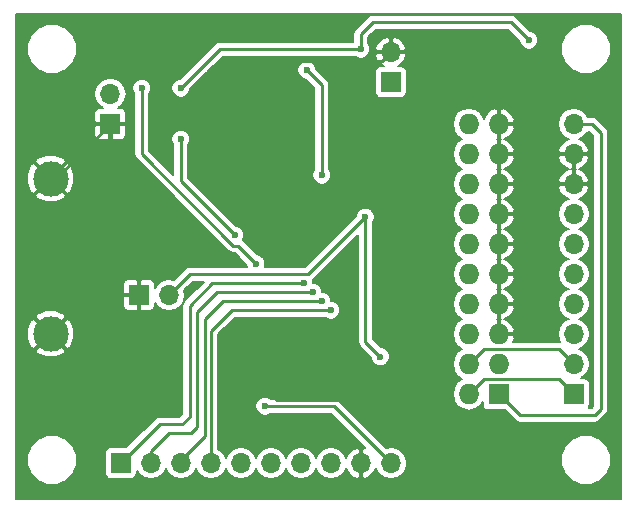
<source format=gbl>
G04 #@! TF.FileFunction,Copper,L2,Bot,Signal*
%FSLAX46Y46*%
G04 Gerber Fmt 4.6, Leading zero omitted, Abs format (unit mm)*
G04 Created by KiCad (PCBNEW 4.0.6) date 05/07/17 15:41:17*
%MOMM*%
%LPD*%
G01*
G04 APERTURE LIST*
%ADD10C,0.100000*%
%ADD11R,1.700000X1.700000*%
%ADD12O,1.700000X1.700000*%
%ADD13R,1.727200X1.727200*%
%ADD14O,1.727200X1.727200*%
%ADD15C,3.000000*%
%ADD16C,0.600000*%
%ADD17C,0.250000*%
%ADD18C,0.200000*%
G04 APERTURE END LIST*
D10*
D11*
X130302000Y-118872000D03*
D12*
X132842000Y-118872000D03*
X135382000Y-118872000D03*
X137922000Y-118872000D03*
X140462000Y-118872000D03*
X143002000Y-118872000D03*
X145542000Y-118872000D03*
X148082000Y-118872000D03*
X150622000Y-118872000D03*
X153162000Y-118872000D03*
D11*
X153162000Y-86614000D03*
D12*
X153162000Y-84074000D03*
D13*
X162306000Y-113030000D03*
D14*
X159766000Y-113030000D03*
X162306000Y-110490000D03*
X159766000Y-110490000D03*
X162306000Y-107950000D03*
X159766000Y-107950000D03*
X162306000Y-105410000D03*
X159766000Y-105410000D03*
X162306000Y-102870000D03*
X159766000Y-102870000D03*
X162306000Y-100330000D03*
X159766000Y-100330000D03*
X162306000Y-97790000D03*
X159766000Y-97790000D03*
X162306000Y-95250000D03*
X159766000Y-95250000D03*
X162306000Y-92710000D03*
X159766000Y-92710000D03*
X162306000Y-90170000D03*
X159766000Y-90170000D03*
D11*
X168656000Y-113030000D03*
D12*
X168656000Y-110490000D03*
X168656000Y-107950000D03*
X168656000Y-105410000D03*
X168656000Y-102870000D03*
X168656000Y-100330000D03*
X168656000Y-97790000D03*
X168656000Y-95250000D03*
X168656000Y-92710000D03*
X168656000Y-90170000D03*
D15*
X124352000Y-107916000D03*
X124352000Y-94776000D03*
D11*
X131826000Y-104648000D03*
D12*
X134366000Y-104648000D03*
D11*
X129413000Y-90170000D03*
D12*
X129413000Y-87630000D03*
D16*
X150622000Y-113538000D03*
X140208000Y-109474000D03*
X142494000Y-112522000D03*
X140208000Y-87630000D03*
X159766000Y-121158000D03*
X135382000Y-91440000D03*
X139954000Y-99568000D03*
X142494000Y-114046000D03*
X135382000Y-87122000D03*
X150622000Y-83820000D03*
X164846000Y-83058000D03*
X132080000Y-87122000D03*
X141732000Y-101981000D03*
X145796000Y-103632000D03*
X146558000Y-104394000D03*
X147320000Y-105156000D03*
X148082000Y-105918000D03*
X152273000Y-109855000D03*
X151003000Y-98044000D03*
X146050000Y-85598000D03*
X147320000Y-94488000D03*
D17*
X129413000Y-90170000D02*
X124807000Y-94776000D01*
X124807000Y-94776000D02*
X124352000Y-94776000D01*
X162306000Y-92710000D02*
X162306000Y-95250000D01*
X142494000Y-109982000D02*
X142494000Y-112522000D01*
X141986000Y-109474000D02*
X142494000Y-109982000D01*
X140208000Y-109474000D02*
X141986000Y-109474000D01*
X143510000Y-113538000D02*
X150622000Y-113538000D01*
X142494000Y-112522000D02*
X143510000Y-113538000D01*
X149606000Y-84836000D02*
X141478000Y-84836000D01*
X140208000Y-87630000D02*
X140208000Y-86360000D01*
X140208000Y-86360000D02*
X140208000Y-86106000D01*
X140208000Y-86106000D02*
X141478000Y-84836000D01*
X152400000Y-84836000D02*
X153162000Y-84074000D01*
X149606000Y-84836000D02*
X152400000Y-84836000D01*
X153162000Y-84074000D02*
X154432000Y-84074000D01*
X154432000Y-84074000D02*
X155194000Y-84836000D01*
X155194000Y-84836000D02*
X155194000Y-116586000D01*
X162306000Y-90170000D02*
X162306000Y-92710000D01*
X162306000Y-95250000D02*
X162306000Y-97790000D01*
X162306000Y-97790000D02*
X162306000Y-100330000D01*
X162306000Y-100330000D02*
X162306000Y-102870000D01*
X162306000Y-102870000D02*
X162306000Y-105410000D01*
X162306000Y-105410000D02*
X162306000Y-107950000D01*
X159766000Y-121158000D02*
X155194000Y-116586000D01*
X155194000Y-116586000D02*
X152146000Y-113538000D01*
X152146000Y-113538000D02*
X150622000Y-113538000D01*
X135382000Y-94996000D02*
X135382000Y-91440000D01*
X139954000Y-99568000D02*
X135382000Y-94996000D01*
X148336000Y-114046000D02*
X153162000Y-118872000D01*
X142494000Y-114046000D02*
X148336000Y-114046000D01*
X138684000Y-83820000D02*
X150622000Y-83820000D01*
X135382000Y-87122000D02*
X138684000Y-83820000D01*
X150622000Y-82550000D02*
X150622000Y-83820000D01*
X151638000Y-81534000D02*
X150622000Y-82550000D01*
X163322000Y-81534000D02*
X151638000Y-81534000D01*
X164846000Y-83058000D02*
X163322000Y-81534000D01*
X162306000Y-113030000D02*
X164084000Y-114808000D01*
X170180000Y-90170000D02*
X168656000Y-90170000D01*
X170942000Y-90932000D02*
X170180000Y-90170000D01*
X170942000Y-114300000D02*
X170942000Y-90932000D01*
X170434000Y-114808000D02*
X170942000Y-114300000D01*
X164084000Y-114808000D02*
X170434000Y-114808000D01*
X132080000Y-92710000D02*
X132080000Y-87122000D01*
X139827000Y-100457000D02*
X132080000Y-92710000D01*
X140208000Y-100457000D02*
X139827000Y-100457000D01*
X141732000Y-101981000D02*
X140208000Y-100457000D01*
X130302000Y-118872000D02*
X133604000Y-115570000D01*
X136144000Y-105537000D02*
X138049000Y-103632000D01*
X136144000Y-105918000D02*
X136144000Y-105537000D01*
X136144000Y-114935000D02*
X136144000Y-105918000D01*
X135509000Y-115570000D02*
X136144000Y-114935000D01*
X133604000Y-115570000D02*
X135509000Y-115570000D01*
X145796000Y-103632000D02*
X138049000Y-103632000D01*
X132842000Y-118872000D02*
X132842000Y-117856000D01*
X136779000Y-106045000D02*
X138430000Y-104394000D01*
X136779000Y-115824000D02*
X136779000Y-106045000D01*
X136271000Y-116332000D02*
X136779000Y-115824000D01*
X134366000Y-116332000D02*
X136271000Y-116332000D01*
X132842000Y-117856000D02*
X134366000Y-116332000D01*
X146558000Y-104394000D02*
X138430000Y-104394000D01*
X135382000Y-118872000D02*
X135382000Y-118618000D01*
X135382000Y-118618000D02*
X137414000Y-116586000D01*
X137414000Y-106680000D02*
X138938000Y-105156000D01*
X137414000Y-116586000D02*
X137414000Y-106680000D01*
X147320000Y-105156000D02*
X138938000Y-105156000D01*
X137922000Y-107696000D02*
X137922000Y-118872000D01*
X139700000Y-105918000D02*
X137922000Y-107696000D01*
X148082000Y-105918000D02*
X139700000Y-105918000D01*
X159766000Y-113030000D02*
X161036000Y-111760000D01*
X167386000Y-111760000D02*
X168656000Y-113030000D01*
X161036000Y-111760000D02*
X167386000Y-111760000D01*
X159766000Y-110490000D02*
X161036000Y-109220000D01*
X167386000Y-109220000D02*
X168656000Y-110490000D01*
X161036000Y-109220000D02*
X167386000Y-109220000D01*
X151003000Y-108585000D02*
X151003000Y-98044000D01*
X152273000Y-109855000D02*
X151003000Y-108585000D01*
X136144000Y-102870000D02*
X134366000Y-104648000D01*
X146177000Y-102870000D02*
X136144000Y-102870000D01*
X151003000Y-98044000D02*
X146177000Y-102870000D01*
X147320000Y-86868000D02*
X146050000Y-85598000D01*
X147320000Y-94488000D02*
X147320000Y-86868000D01*
D18*
G36*
X172678000Y-121878000D02*
X121454000Y-121878000D01*
X121454000Y-119033883D01*
X122359637Y-119033883D01*
X122678669Y-119806000D01*
X123268893Y-120397255D01*
X124040452Y-120717634D01*
X124875883Y-120718363D01*
X125648000Y-120399331D01*
X126239255Y-119809107D01*
X126559634Y-119037548D01*
X126560363Y-118202117D01*
X126485941Y-118022000D01*
X128942205Y-118022000D01*
X128942205Y-119722000D01*
X128977069Y-119907289D01*
X129086575Y-120077465D01*
X129253661Y-120191630D01*
X129452000Y-120231795D01*
X131152000Y-120231795D01*
X131337289Y-120196931D01*
X131507465Y-120087425D01*
X131621630Y-119920339D01*
X131661795Y-119722000D01*
X131661795Y-119515391D01*
X131887406Y-119853042D01*
X132325377Y-120145685D01*
X132842000Y-120248448D01*
X133358623Y-120145685D01*
X133796594Y-119853042D01*
X134089237Y-119415071D01*
X134112000Y-119300634D01*
X134134763Y-119415071D01*
X134427406Y-119853042D01*
X134865377Y-120145685D01*
X135382000Y-120248448D01*
X135898623Y-120145685D01*
X136336594Y-119853042D01*
X136629237Y-119415071D01*
X136652000Y-119300634D01*
X136674763Y-119415071D01*
X136967406Y-119853042D01*
X137405377Y-120145685D01*
X137922000Y-120248448D01*
X138438623Y-120145685D01*
X138876594Y-119853042D01*
X139169237Y-119415071D01*
X139192000Y-119300634D01*
X139214763Y-119415071D01*
X139507406Y-119853042D01*
X139945377Y-120145685D01*
X140462000Y-120248448D01*
X140978623Y-120145685D01*
X141416594Y-119853042D01*
X141709237Y-119415071D01*
X141732000Y-119300634D01*
X141754763Y-119415071D01*
X142047406Y-119853042D01*
X142485377Y-120145685D01*
X143002000Y-120248448D01*
X143518623Y-120145685D01*
X143956594Y-119853042D01*
X144249237Y-119415071D01*
X144272000Y-119300634D01*
X144294763Y-119415071D01*
X144587406Y-119853042D01*
X145025377Y-120145685D01*
X145542000Y-120248448D01*
X146058623Y-120145685D01*
X146496594Y-119853042D01*
X146789237Y-119415071D01*
X146812000Y-119300634D01*
X146834763Y-119415071D01*
X147127406Y-119853042D01*
X147565377Y-120145685D01*
X148082000Y-120248448D01*
X148598623Y-120145685D01*
X149036594Y-119853042D01*
X149329237Y-119415071D01*
X149355119Y-119284956D01*
X149526341Y-119660704D01*
X149911567Y-120019958D01*
X150312625Y-120186072D01*
X150522000Y-120092912D01*
X150522000Y-118972000D01*
X150502000Y-118972000D01*
X150502000Y-118772000D01*
X150522000Y-118772000D01*
X150522000Y-117651088D01*
X150312625Y-117557928D01*
X149911567Y-117724042D01*
X149526341Y-118083296D01*
X149355119Y-118459044D01*
X149329237Y-118328929D01*
X149036594Y-117890958D01*
X148598623Y-117598315D01*
X148082000Y-117495552D01*
X147565377Y-117598315D01*
X147127406Y-117890958D01*
X146834763Y-118328929D01*
X146812000Y-118443366D01*
X146789237Y-118328929D01*
X146496594Y-117890958D01*
X146058623Y-117598315D01*
X145542000Y-117495552D01*
X145025377Y-117598315D01*
X144587406Y-117890958D01*
X144294763Y-118328929D01*
X144272000Y-118443366D01*
X144249237Y-118328929D01*
X143956594Y-117890958D01*
X143518623Y-117598315D01*
X143002000Y-117495552D01*
X142485377Y-117598315D01*
X142047406Y-117890958D01*
X141754763Y-118328929D01*
X141732000Y-118443366D01*
X141709237Y-118328929D01*
X141416594Y-117890958D01*
X140978623Y-117598315D01*
X140462000Y-117495552D01*
X139945377Y-117598315D01*
X139507406Y-117890958D01*
X139214763Y-118328929D01*
X139192000Y-118443366D01*
X139169237Y-118328929D01*
X138876594Y-117890958D01*
X138547000Y-117670730D01*
X138547000Y-114204432D01*
X141693861Y-114204432D01*
X141815397Y-114498572D01*
X142040245Y-114723812D01*
X142334172Y-114845861D01*
X142652432Y-114846139D01*
X142946572Y-114724603D01*
X143000268Y-114671000D01*
X148077116Y-114671000D01*
X150987143Y-117581027D01*
X150931375Y-117557928D01*
X150722000Y-117651088D01*
X150722000Y-118772000D01*
X150742000Y-118772000D01*
X150742000Y-118972000D01*
X150722000Y-118972000D01*
X150722000Y-120092912D01*
X150931375Y-120186072D01*
X151332433Y-120019958D01*
X151717659Y-119660704D01*
X151888881Y-119284956D01*
X151914763Y-119415071D01*
X152207406Y-119853042D01*
X152645377Y-120145685D01*
X153162000Y-120248448D01*
X153678623Y-120145685D01*
X154116594Y-119853042D01*
X154409237Y-119415071D01*
X154485060Y-119033883D01*
X167571637Y-119033883D01*
X167890669Y-119806000D01*
X168480893Y-120397255D01*
X169252452Y-120717634D01*
X170087883Y-120718363D01*
X170860000Y-120399331D01*
X171451255Y-119809107D01*
X171771634Y-119037548D01*
X171772363Y-118202117D01*
X171453331Y-117430000D01*
X170863107Y-116838745D01*
X170091548Y-116518366D01*
X169256117Y-116517637D01*
X168484000Y-116836669D01*
X167892745Y-117426893D01*
X167572366Y-118198452D01*
X167571637Y-119033883D01*
X154485060Y-119033883D01*
X154512000Y-118898448D01*
X154512000Y-118845552D01*
X154409237Y-118328929D01*
X154116594Y-117890958D01*
X153678623Y-117598315D01*
X153162000Y-117495552D01*
X152751157Y-117577274D01*
X148777942Y-113604058D01*
X148575177Y-113468575D01*
X148336000Y-113421000D01*
X143000475Y-113421000D01*
X142947755Y-113368188D01*
X142653828Y-113246139D01*
X142335568Y-113245861D01*
X142041428Y-113367397D01*
X141816188Y-113592245D01*
X141694139Y-113886172D01*
X141693861Y-114204432D01*
X138547000Y-114204432D01*
X138547000Y-107954884D01*
X139958884Y-106543000D01*
X147575525Y-106543000D01*
X147628245Y-106595812D01*
X147922172Y-106717861D01*
X148240432Y-106718139D01*
X148534572Y-106596603D01*
X148759812Y-106371755D01*
X148881861Y-106077828D01*
X148882139Y-105759568D01*
X148760603Y-105465428D01*
X148535755Y-105240188D01*
X148241828Y-105118139D01*
X148120034Y-105118033D01*
X148120139Y-104997568D01*
X147998603Y-104703428D01*
X147773755Y-104478188D01*
X147479828Y-104356139D01*
X147358034Y-104356033D01*
X147358139Y-104235568D01*
X147236603Y-103941428D01*
X147011755Y-103716188D01*
X146717828Y-103594139D01*
X146596034Y-103594033D01*
X146596139Y-103473568D01*
X146548739Y-103358850D01*
X146618942Y-103311942D01*
X150378000Y-99552883D01*
X150378000Y-108585000D01*
X150425575Y-108824177D01*
X150561058Y-109026942D01*
X151472926Y-109938810D01*
X151472861Y-110013432D01*
X151594397Y-110307572D01*
X151819245Y-110532812D01*
X152113172Y-110654861D01*
X152431432Y-110655139D01*
X152725572Y-110533603D01*
X152950812Y-110308755D01*
X153072861Y-110014828D01*
X153073139Y-109696568D01*
X152951603Y-109402428D01*
X152726755Y-109177188D01*
X152432828Y-109055139D01*
X152356957Y-109055073D01*
X151628000Y-108326116D01*
X151628000Y-98550475D01*
X151680812Y-98497755D01*
X151802861Y-98203828D01*
X151803139Y-97885568D01*
X151681603Y-97591428D01*
X151456755Y-97366188D01*
X151162828Y-97244139D01*
X150844568Y-97243861D01*
X150550428Y-97365397D01*
X150325188Y-97590245D01*
X150203139Y-97884172D01*
X150203073Y-97960044D01*
X145918116Y-102245000D01*
X142488605Y-102245000D01*
X142531861Y-102140828D01*
X142532139Y-101822568D01*
X142410603Y-101528428D01*
X142185755Y-101303188D01*
X141891828Y-101181139D01*
X141815956Y-101181073D01*
X140649942Y-100015058D01*
X140637927Y-100007030D01*
X140753861Y-99727828D01*
X140754139Y-99409568D01*
X140632603Y-99115428D01*
X140407755Y-98890188D01*
X140113828Y-98768139D01*
X140037956Y-98768073D01*
X136007000Y-94737116D01*
X136007000Y-91946475D01*
X136059812Y-91893755D01*
X136181861Y-91599828D01*
X136182139Y-91281568D01*
X136060603Y-90987428D01*
X135835755Y-90762188D01*
X135541828Y-90640139D01*
X135223568Y-90639861D01*
X134929428Y-90761397D01*
X134704188Y-90986245D01*
X134582139Y-91280172D01*
X134581861Y-91598432D01*
X134703397Y-91892572D01*
X134757000Y-91946268D01*
X134757000Y-94503116D01*
X132705000Y-92451116D01*
X132705000Y-87628475D01*
X132757812Y-87575755D01*
X132879861Y-87281828D01*
X132879862Y-87280432D01*
X134581861Y-87280432D01*
X134703397Y-87574572D01*
X134928245Y-87799812D01*
X135222172Y-87921861D01*
X135540432Y-87922139D01*
X135834572Y-87800603D01*
X136059812Y-87575755D01*
X136181861Y-87281828D01*
X136181927Y-87205957D01*
X137631452Y-85756432D01*
X145249861Y-85756432D01*
X145371397Y-86050572D01*
X145596245Y-86275812D01*
X145890172Y-86397861D01*
X145966043Y-86397927D01*
X146695000Y-87126884D01*
X146695000Y-93981525D01*
X146642188Y-94034245D01*
X146520139Y-94328172D01*
X146519861Y-94646432D01*
X146641397Y-94940572D01*
X146866245Y-95165812D01*
X147160172Y-95287861D01*
X147478432Y-95288139D01*
X147772572Y-95166603D01*
X147997812Y-94941755D01*
X148119861Y-94647828D01*
X148120139Y-94329568D01*
X147998603Y-94035428D01*
X147945000Y-93981732D01*
X147945000Y-90143285D01*
X158402400Y-90143285D01*
X158402400Y-90196715D01*
X158506198Y-90718542D01*
X158801789Y-91160926D01*
X159219454Y-91440000D01*
X158801789Y-91719074D01*
X158506198Y-92161458D01*
X158402400Y-92683285D01*
X158402400Y-92736715D01*
X158506198Y-93258542D01*
X158801789Y-93700926D01*
X159219454Y-93980000D01*
X158801789Y-94259074D01*
X158506198Y-94701458D01*
X158402400Y-95223285D01*
X158402400Y-95276715D01*
X158506198Y-95798542D01*
X158801789Y-96240926D01*
X159219454Y-96520000D01*
X158801789Y-96799074D01*
X158506198Y-97241458D01*
X158402400Y-97763285D01*
X158402400Y-97816715D01*
X158506198Y-98338542D01*
X158801789Y-98780926D01*
X159219454Y-99060000D01*
X158801789Y-99339074D01*
X158506198Y-99781458D01*
X158402400Y-100303285D01*
X158402400Y-100356715D01*
X158506198Y-100878542D01*
X158801789Y-101320926D01*
X159219454Y-101600000D01*
X158801789Y-101879074D01*
X158506198Y-102321458D01*
X158402400Y-102843285D01*
X158402400Y-102896715D01*
X158506198Y-103418542D01*
X158801789Y-103860926D01*
X159219454Y-104140000D01*
X158801789Y-104419074D01*
X158506198Y-104861458D01*
X158402400Y-105383285D01*
X158402400Y-105436715D01*
X158506198Y-105958542D01*
X158801789Y-106400926D01*
X159219454Y-106680000D01*
X158801789Y-106959074D01*
X158506198Y-107401458D01*
X158402400Y-107923285D01*
X158402400Y-107976715D01*
X158506198Y-108498542D01*
X158801789Y-108940926D01*
X159219454Y-109220000D01*
X158801789Y-109499074D01*
X158506198Y-109941458D01*
X158402400Y-110463285D01*
X158402400Y-110516715D01*
X158506198Y-111038542D01*
X158801789Y-111480926D01*
X159219454Y-111760000D01*
X158801789Y-112039074D01*
X158506198Y-112481458D01*
X158402400Y-113003285D01*
X158402400Y-113056715D01*
X158506198Y-113578542D01*
X158801789Y-114020926D01*
X159244173Y-114316517D01*
X159766000Y-114420315D01*
X160287827Y-114316517D01*
X160730211Y-114020926D01*
X160932605Y-113718021D01*
X160932605Y-113893600D01*
X160967469Y-114078889D01*
X161076975Y-114249065D01*
X161244061Y-114363230D01*
X161442400Y-114403395D01*
X162795511Y-114403395D01*
X163642058Y-115249942D01*
X163844823Y-115385425D01*
X164084000Y-115433001D01*
X164084005Y-115433000D01*
X170434000Y-115433000D01*
X170673177Y-115385425D01*
X170875942Y-115249942D01*
X171383939Y-114741944D01*
X171383942Y-114741942D01*
X171519425Y-114539177D01*
X171567000Y-114300000D01*
X171567000Y-90932005D01*
X171567001Y-90932000D01*
X171519425Y-90692823D01*
X171383942Y-90490058D01*
X170621942Y-89728058D01*
X170419177Y-89592575D01*
X170180000Y-89545000D01*
X169857270Y-89545000D01*
X169637042Y-89215406D01*
X169199071Y-88922763D01*
X168682448Y-88820000D01*
X168629552Y-88820000D01*
X168112929Y-88922763D01*
X167674958Y-89215406D01*
X167382315Y-89653377D01*
X167279552Y-90170000D01*
X167382315Y-90686623D01*
X167674958Y-91124594D01*
X168112929Y-91417237D01*
X168243044Y-91443119D01*
X167867296Y-91614341D01*
X167508042Y-91999567D01*
X167341928Y-92400625D01*
X167435088Y-92610000D01*
X168556000Y-92610000D01*
X168556000Y-92590000D01*
X168756000Y-92590000D01*
X168756000Y-92610000D01*
X169876912Y-92610000D01*
X169970072Y-92400625D01*
X169803958Y-91999567D01*
X169444704Y-91614341D01*
X169068956Y-91443119D01*
X169199071Y-91417237D01*
X169637042Y-91124594D01*
X169857270Y-90795000D01*
X169921116Y-90795000D01*
X170317000Y-91190884D01*
X170317000Y-114041117D01*
X170175116Y-114183000D01*
X169904118Y-114183000D01*
X169975630Y-114078339D01*
X170015795Y-113880000D01*
X170015795Y-112180000D01*
X169980931Y-111994711D01*
X169871425Y-111824535D01*
X169704339Y-111710370D01*
X169506000Y-111670205D01*
X169299391Y-111670205D01*
X169637042Y-111444594D01*
X169929685Y-111006623D01*
X170032448Y-110490000D01*
X169929685Y-109973377D01*
X169637042Y-109535406D01*
X169199071Y-109242763D01*
X169084634Y-109220000D01*
X169199071Y-109197237D01*
X169637042Y-108904594D01*
X169929685Y-108466623D01*
X170032448Y-107950000D01*
X169929685Y-107433377D01*
X169637042Y-106995406D01*
X169199071Y-106702763D01*
X169084634Y-106680000D01*
X169199071Y-106657237D01*
X169637042Y-106364594D01*
X169929685Y-105926623D01*
X170032448Y-105410000D01*
X169929685Y-104893377D01*
X169637042Y-104455406D01*
X169199071Y-104162763D01*
X169084634Y-104140000D01*
X169199071Y-104117237D01*
X169637042Y-103824594D01*
X169929685Y-103386623D01*
X170032448Y-102870000D01*
X169929685Y-102353377D01*
X169637042Y-101915406D01*
X169199071Y-101622763D01*
X169084634Y-101600000D01*
X169199071Y-101577237D01*
X169637042Y-101284594D01*
X169929685Y-100846623D01*
X170032448Y-100330000D01*
X169929685Y-99813377D01*
X169637042Y-99375406D01*
X169199071Y-99082763D01*
X169084634Y-99060000D01*
X169199071Y-99037237D01*
X169637042Y-98744594D01*
X169929685Y-98306623D01*
X170032448Y-97790000D01*
X169929685Y-97273377D01*
X169637042Y-96835406D01*
X169199071Y-96542763D01*
X169068956Y-96516881D01*
X169444704Y-96345659D01*
X169803958Y-95960433D01*
X169970072Y-95559375D01*
X169876912Y-95350000D01*
X168756000Y-95350000D01*
X168756000Y-95370000D01*
X168556000Y-95370000D01*
X168556000Y-95350000D01*
X167435088Y-95350000D01*
X167341928Y-95559375D01*
X167508042Y-95960433D01*
X167867296Y-96345659D01*
X168243044Y-96516881D01*
X168112929Y-96542763D01*
X167674958Y-96835406D01*
X167382315Y-97273377D01*
X167279552Y-97790000D01*
X167382315Y-98306623D01*
X167674958Y-98744594D01*
X168112929Y-99037237D01*
X168227366Y-99060000D01*
X168112929Y-99082763D01*
X167674958Y-99375406D01*
X167382315Y-99813377D01*
X167279552Y-100330000D01*
X167382315Y-100846623D01*
X167674958Y-101284594D01*
X168112929Y-101577237D01*
X168227366Y-101600000D01*
X168112929Y-101622763D01*
X167674958Y-101915406D01*
X167382315Y-102353377D01*
X167279552Y-102870000D01*
X167382315Y-103386623D01*
X167674958Y-103824594D01*
X168112929Y-104117237D01*
X168227366Y-104140000D01*
X168112929Y-104162763D01*
X167674958Y-104455406D01*
X167382315Y-104893377D01*
X167279552Y-105410000D01*
X167382315Y-105926623D01*
X167674958Y-106364594D01*
X168112929Y-106657237D01*
X168227366Y-106680000D01*
X168112929Y-106702763D01*
X167674958Y-106995406D01*
X167382315Y-107433377D01*
X167279552Y-107950000D01*
X167382315Y-108466623D01*
X167480677Y-108613832D01*
X167386000Y-108595000D01*
X163481882Y-108595000D01*
X163633550Y-108261510D01*
X163540937Y-108050000D01*
X162406000Y-108050000D01*
X162406000Y-108070000D01*
X162206000Y-108070000D01*
X162206000Y-108050000D01*
X162186000Y-108050000D01*
X162186000Y-107850000D01*
X162206000Y-107850000D01*
X162206000Y-106715443D01*
X162125380Y-106680000D01*
X162206000Y-106644557D01*
X162206000Y-105510000D01*
X162406000Y-105510000D01*
X162406000Y-106644557D01*
X162486620Y-106680000D01*
X162406000Y-106715443D01*
X162406000Y-107850000D01*
X163540937Y-107850000D01*
X163633550Y-107638490D01*
X163413287Y-107154171D01*
X163024449Y-106791009D01*
X162756434Y-106680000D01*
X163024449Y-106568991D01*
X163413287Y-106205829D01*
X163633550Y-105721510D01*
X163540937Y-105510000D01*
X162406000Y-105510000D01*
X162206000Y-105510000D01*
X162186000Y-105510000D01*
X162186000Y-105310000D01*
X162206000Y-105310000D01*
X162206000Y-104175443D01*
X162125380Y-104140000D01*
X162206000Y-104104557D01*
X162206000Y-102970000D01*
X162406000Y-102970000D01*
X162406000Y-104104557D01*
X162486620Y-104140000D01*
X162406000Y-104175443D01*
X162406000Y-105310000D01*
X163540937Y-105310000D01*
X163633550Y-105098490D01*
X163413287Y-104614171D01*
X163024449Y-104251009D01*
X162756434Y-104140000D01*
X163024449Y-104028991D01*
X163413287Y-103665829D01*
X163633550Y-103181510D01*
X163540937Y-102970000D01*
X162406000Y-102970000D01*
X162206000Y-102970000D01*
X162186000Y-102970000D01*
X162186000Y-102770000D01*
X162206000Y-102770000D01*
X162206000Y-101635443D01*
X162125380Y-101600000D01*
X162206000Y-101564557D01*
X162206000Y-100430000D01*
X162406000Y-100430000D01*
X162406000Y-101564557D01*
X162486620Y-101600000D01*
X162406000Y-101635443D01*
X162406000Y-102770000D01*
X163540937Y-102770000D01*
X163633550Y-102558490D01*
X163413287Y-102074171D01*
X163024449Y-101711009D01*
X162756434Y-101600000D01*
X163024449Y-101488991D01*
X163413287Y-101125829D01*
X163633550Y-100641510D01*
X163540937Y-100430000D01*
X162406000Y-100430000D01*
X162206000Y-100430000D01*
X162186000Y-100430000D01*
X162186000Y-100230000D01*
X162206000Y-100230000D01*
X162206000Y-99095443D01*
X162125380Y-99060000D01*
X162206000Y-99024557D01*
X162206000Y-97890000D01*
X162406000Y-97890000D01*
X162406000Y-99024557D01*
X162486620Y-99060000D01*
X162406000Y-99095443D01*
X162406000Y-100230000D01*
X163540937Y-100230000D01*
X163633550Y-100018490D01*
X163413287Y-99534171D01*
X163024449Y-99171009D01*
X162756434Y-99060000D01*
X163024449Y-98948991D01*
X163413287Y-98585829D01*
X163633550Y-98101510D01*
X163540937Y-97890000D01*
X162406000Y-97890000D01*
X162206000Y-97890000D01*
X162186000Y-97890000D01*
X162186000Y-97690000D01*
X162206000Y-97690000D01*
X162206000Y-96555443D01*
X162125380Y-96520000D01*
X162206000Y-96484557D01*
X162206000Y-95350000D01*
X162406000Y-95350000D01*
X162406000Y-96484557D01*
X162486620Y-96520000D01*
X162406000Y-96555443D01*
X162406000Y-97690000D01*
X163540937Y-97690000D01*
X163633550Y-97478490D01*
X163413287Y-96994171D01*
X163024449Y-96631009D01*
X162756434Y-96520000D01*
X163024449Y-96408991D01*
X163413287Y-96045829D01*
X163633550Y-95561510D01*
X163540937Y-95350000D01*
X162406000Y-95350000D01*
X162206000Y-95350000D01*
X162186000Y-95350000D01*
X162186000Y-95150000D01*
X162206000Y-95150000D01*
X162206000Y-94015443D01*
X162125380Y-93980000D01*
X162206000Y-93944557D01*
X162206000Y-92810000D01*
X162406000Y-92810000D01*
X162406000Y-93944557D01*
X162486620Y-93980000D01*
X162406000Y-94015443D01*
X162406000Y-95150000D01*
X163540937Y-95150000D01*
X163633550Y-94938490D01*
X163413287Y-94454171D01*
X163024449Y-94091009D01*
X162756434Y-93980000D01*
X163024449Y-93868991D01*
X163413287Y-93505829D01*
X163633550Y-93021510D01*
X163632616Y-93019375D01*
X167341928Y-93019375D01*
X167508042Y-93420433D01*
X167867296Y-93805659D01*
X168249887Y-93980000D01*
X167867296Y-94154341D01*
X167508042Y-94539567D01*
X167341928Y-94940625D01*
X167435088Y-95150000D01*
X168556000Y-95150000D01*
X168556000Y-94028700D01*
X168446100Y-93980000D01*
X168556000Y-93931300D01*
X168556000Y-92810000D01*
X168756000Y-92810000D01*
X168756000Y-93931300D01*
X168865900Y-93980000D01*
X168756000Y-94028700D01*
X168756000Y-95150000D01*
X169876912Y-95150000D01*
X169970072Y-94940625D01*
X169803958Y-94539567D01*
X169444704Y-94154341D01*
X169062113Y-93980000D01*
X169444704Y-93805659D01*
X169803958Y-93420433D01*
X169970072Y-93019375D01*
X169876912Y-92810000D01*
X168756000Y-92810000D01*
X168556000Y-92810000D01*
X167435088Y-92810000D01*
X167341928Y-93019375D01*
X163632616Y-93019375D01*
X163540937Y-92810000D01*
X162406000Y-92810000D01*
X162206000Y-92810000D01*
X162186000Y-92810000D01*
X162186000Y-92610000D01*
X162206000Y-92610000D01*
X162206000Y-91475443D01*
X162125380Y-91440000D01*
X162206000Y-91404557D01*
X162206000Y-90270000D01*
X162406000Y-90270000D01*
X162406000Y-91404557D01*
X162486620Y-91440000D01*
X162406000Y-91475443D01*
X162406000Y-92610000D01*
X163540937Y-92610000D01*
X163633550Y-92398490D01*
X163413287Y-91914171D01*
X163024449Y-91551009D01*
X162756434Y-91440000D01*
X163024449Y-91328991D01*
X163413287Y-90965829D01*
X163633550Y-90481510D01*
X163540937Y-90270000D01*
X162406000Y-90270000D01*
X162206000Y-90270000D01*
X162186000Y-90270000D01*
X162186000Y-90070000D01*
X162206000Y-90070000D01*
X162206000Y-88935443D01*
X162406000Y-88935443D01*
X162406000Y-90070000D01*
X163540937Y-90070000D01*
X163633550Y-89858490D01*
X163413287Y-89374171D01*
X163024449Y-89011009D01*
X162617508Y-88842458D01*
X162406000Y-88935443D01*
X162206000Y-88935443D01*
X161994492Y-88842458D01*
X161587551Y-89011009D01*
X161198713Y-89374171D01*
X161044195Y-89713928D01*
X161025802Y-89621458D01*
X160730211Y-89179074D01*
X160287827Y-88883483D01*
X159766000Y-88779685D01*
X159244173Y-88883483D01*
X158801789Y-89179074D01*
X158506198Y-89621458D01*
X158402400Y-90143285D01*
X147945000Y-90143285D01*
X147945000Y-86868000D01*
X147905502Y-86669428D01*
X147897425Y-86628822D01*
X147761942Y-86426058D01*
X147099884Y-85764000D01*
X151802205Y-85764000D01*
X151802205Y-87464000D01*
X151837069Y-87649289D01*
X151946575Y-87819465D01*
X152113661Y-87933630D01*
X152312000Y-87973795D01*
X154012000Y-87973795D01*
X154197289Y-87938931D01*
X154367465Y-87829425D01*
X154481630Y-87662339D01*
X154521795Y-87464000D01*
X154521795Y-85764000D01*
X154486931Y-85578711D01*
X154377425Y-85408535D01*
X154210339Y-85294370D01*
X154012000Y-85254205D01*
X153765168Y-85254205D01*
X153950704Y-85169659D01*
X154309958Y-84784433D01*
X154476072Y-84383375D01*
X154410447Y-84235883D01*
X167571637Y-84235883D01*
X167890669Y-85008000D01*
X168480893Y-85599255D01*
X169252452Y-85919634D01*
X170087883Y-85920363D01*
X170860000Y-85601331D01*
X171451255Y-85011107D01*
X171771634Y-84239548D01*
X171772363Y-83404117D01*
X171453331Y-82632000D01*
X170863107Y-82040745D01*
X170091548Y-81720366D01*
X169256117Y-81719637D01*
X168484000Y-82038669D01*
X167892745Y-82628893D01*
X167572366Y-83400452D01*
X167571637Y-84235883D01*
X154410447Y-84235883D01*
X154382912Y-84174000D01*
X153262000Y-84174000D01*
X153262000Y-84194000D01*
X153062000Y-84194000D01*
X153062000Y-84174000D01*
X151941088Y-84174000D01*
X151847928Y-84383375D01*
X152014042Y-84784433D01*
X152373296Y-85169659D01*
X152558832Y-85254205D01*
X152312000Y-85254205D01*
X152126711Y-85289069D01*
X151956535Y-85398575D01*
X151842370Y-85565661D01*
X151802205Y-85764000D01*
X147099884Y-85764000D01*
X146850074Y-85514190D01*
X146850139Y-85439568D01*
X146728603Y-85145428D01*
X146503755Y-84920188D01*
X146209828Y-84798139D01*
X145891568Y-84797861D01*
X145597428Y-84919397D01*
X145372188Y-85144245D01*
X145250139Y-85438172D01*
X145249861Y-85756432D01*
X137631452Y-85756432D01*
X138942884Y-84445000D01*
X150115525Y-84445000D01*
X150168245Y-84497812D01*
X150462172Y-84619861D01*
X150780432Y-84620139D01*
X151074572Y-84498603D01*
X151299812Y-84273755D01*
X151421861Y-83979828D01*
X151422048Y-83764625D01*
X151847928Y-83764625D01*
X151941088Y-83974000D01*
X153062000Y-83974000D01*
X153062000Y-82852700D01*
X153262000Y-82852700D01*
X153262000Y-83974000D01*
X154382912Y-83974000D01*
X154476072Y-83764625D01*
X154309958Y-83363567D01*
X153950704Y-82978341D01*
X153471377Y-82759919D01*
X153262000Y-82852700D01*
X153062000Y-82852700D01*
X152852623Y-82759919D01*
X152373296Y-82978341D01*
X152014042Y-83363567D01*
X151847928Y-83764625D01*
X151422048Y-83764625D01*
X151422139Y-83661568D01*
X151300603Y-83367428D01*
X151247000Y-83313732D01*
X151247000Y-82808884D01*
X151896884Y-82159000D01*
X163063116Y-82159000D01*
X164045926Y-83141809D01*
X164045861Y-83216432D01*
X164167397Y-83510572D01*
X164392245Y-83735812D01*
X164686172Y-83857861D01*
X165004432Y-83858139D01*
X165298572Y-83736603D01*
X165523812Y-83511755D01*
X165645861Y-83217828D01*
X165646139Y-82899568D01*
X165524603Y-82605428D01*
X165299755Y-82380188D01*
X165005828Y-82258139D01*
X164929956Y-82258073D01*
X163763942Y-81092058D01*
X163561177Y-80956575D01*
X163322000Y-80909000D01*
X151638000Y-80909000D01*
X151398823Y-80956575D01*
X151196058Y-81092058D01*
X150180058Y-82108058D01*
X150044575Y-82310823D01*
X149997000Y-82550000D01*
X149997000Y-83195000D01*
X138684000Y-83195000D01*
X138444822Y-83242575D01*
X138242058Y-83378058D01*
X135298190Y-86321926D01*
X135223568Y-86321861D01*
X134929428Y-86443397D01*
X134704188Y-86668245D01*
X134582139Y-86962172D01*
X134581861Y-87280432D01*
X132879862Y-87280432D01*
X132880139Y-86963568D01*
X132758603Y-86669428D01*
X132533755Y-86444188D01*
X132239828Y-86322139D01*
X131921568Y-86321861D01*
X131627428Y-86443397D01*
X131402188Y-86668245D01*
X131280139Y-86962172D01*
X131279861Y-87280432D01*
X131401397Y-87574572D01*
X131455000Y-87628268D01*
X131455000Y-92710000D01*
X131502575Y-92949177D01*
X131638058Y-93151942D01*
X139385056Y-100898939D01*
X139385058Y-100898942D01*
X139587823Y-101034425D01*
X139827000Y-101082000D01*
X139949116Y-101082000D01*
X140931926Y-102064809D01*
X140931861Y-102139432D01*
X140975481Y-102245000D01*
X136144005Y-102245000D01*
X136144000Y-102244999D01*
X135904823Y-102292575D01*
X135702058Y-102428058D01*
X134776842Y-103353274D01*
X134366000Y-103271552D01*
X133849377Y-103374315D01*
X133411406Y-103666958D01*
X133176000Y-104019268D01*
X133176000Y-103698544D01*
X133099880Y-103514773D01*
X132959227Y-103374121D01*
X132775456Y-103298000D01*
X132051000Y-103298000D01*
X131926000Y-103423000D01*
X131926000Y-104548000D01*
X131946000Y-104548000D01*
X131946000Y-104748000D01*
X131926000Y-104748000D01*
X131926000Y-105873000D01*
X132051000Y-105998000D01*
X132775456Y-105998000D01*
X132959227Y-105921879D01*
X133099880Y-105781227D01*
X133176000Y-105597456D01*
X133176000Y-105276732D01*
X133411406Y-105629042D01*
X133849377Y-105921685D01*
X134366000Y-106024448D01*
X134882623Y-105921685D01*
X135320594Y-105629042D01*
X135613237Y-105191071D01*
X135716000Y-104674448D01*
X135716000Y-104621552D01*
X135643054Y-104254830D01*
X136402884Y-103495000D01*
X137302116Y-103495000D01*
X135702058Y-105095058D01*
X135566575Y-105297823D01*
X135519000Y-105537000D01*
X135519000Y-114676117D01*
X135250116Y-114945000D01*
X133604000Y-114945000D01*
X133364822Y-114992575D01*
X133162058Y-115128058D01*
X130777911Y-117512205D01*
X129452000Y-117512205D01*
X129266711Y-117547069D01*
X129096535Y-117656575D01*
X128982370Y-117823661D01*
X128942205Y-118022000D01*
X126485941Y-118022000D01*
X126241331Y-117430000D01*
X125651107Y-116838745D01*
X124879548Y-116518366D01*
X124044117Y-116517637D01*
X123272000Y-116836669D01*
X122680745Y-117426893D01*
X122360366Y-118198452D01*
X122359637Y-119033883D01*
X121454000Y-119033883D01*
X121454000Y-109338393D01*
X123071028Y-109338393D01*
X123235742Y-109622527D01*
X123973772Y-109919798D01*
X124769384Y-109912010D01*
X125468258Y-109622527D01*
X125632972Y-109338393D01*
X124352000Y-108057421D01*
X123071028Y-109338393D01*
X121454000Y-109338393D01*
X121454000Y-107537772D01*
X122348202Y-107537772D01*
X122355990Y-108333384D01*
X122645473Y-109032258D01*
X122929607Y-109196972D01*
X124210579Y-107916000D01*
X124493421Y-107916000D01*
X125774393Y-109196972D01*
X126058527Y-109032258D01*
X126355798Y-108294228D01*
X126348010Y-107498616D01*
X126058527Y-106799742D01*
X125774393Y-106635028D01*
X124493421Y-107916000D01*
X124210579Y-107916000D01*
X122929607Y-106635028D01*
X122645473Y-106799742D01*
X122348202Y-107537772D01*
X121454000Y-107537772D01*
X121454000Y-106493607D01*
X123071028Y-106493607D01*
X124352000Y-107774579D01*
X125632972Y-106493607D01*
X125468258Y-106209473D01*
X124730228Y-105912202D01*
X123934616Y-105919990D01*
X123235742Y-106209473D01*
X123071028Y-106493607D01*
X121454000Y-106493607D01*
X121454000Y-104873000D01*
X130476000Y-104873000D01*
X130476000Y-105597456D01*
X130552120Y-105781227D01*
X130692773Y-105921879D01*
X130876544Y-105998000D01*
X131601000Y-105998000D01*
X131726000Y-105873000D01*
X131726000Y-104748000D01*
X130601000Y-104748000D01*
X130476000Y-104873000D01*
X121454000Y-104873000D01*
X121454000Y-103698544D01*
X130476000Y-103698544D01*
X130476000Y-104423000D01*
X130601000Y-104548000D01*
X131726000Y-104548000D01*
X131726000Y-103423000D01*
X131601000Y-103298000D01*
X130876544Y-103298000D01*
X130692773Y-103374121D01*
X130552120Y-103514773D01*
X130476000Y-103698544D01*
X121454000Y-103698544D01*
X121454000Y-96198393D01*
X123071028Y-96198393D01*
X123235742Y-96482527D01*
X123973772Y-96779798D01*
X124769384Y-96772010D01*
X125468258Y-96482527D01*
X125632972Y-96198393D01*
X124352000Y-94917421D01*
X123071028Y-96198393D01*
X121454000Y-96198393D01*
X121454000Y-94397772D01*
X122348202Y-94397772D01*
X122355990Y-95193384D01*
X122645473Y-95892258D01*
X122929607Y-96056972D01*
X124210579Y-94776000D01*
X124493421Y-94776000D01*
X125774393Y-96056972D01*
X126058527Y-95892258D01*
X126355798Y-95154228D01*
X126348010Y-94358616D01*
X126058527Y-93659742D01*
X125774393Y-93495028D01*
X124493421Y-94776000D01*
X124210579Y-94776000D01*
X122929607Y-93495028D01*
X122645473Y-93659742D01*
X122348202Y-94397772D01*
X121454000Y-94397772D01*
X121454000Y-93353607D01*
X123071028Y-93353607D01*
X124352000Y-94634579D01*
X125632972Y-93353607D01*
X125468258Y-93069473D01*
X124730228Y-92772202D01*
X123934616Y-92779990D01*
X123235742Y-93069473D01*
X123071028Y-93353607D01*
X121454000Y-93353607D01*
X121454000Y-90395000D01*
X128063000Y-90395000D01*
X128063000Y-91119456D01*
X128139121Y-91303227D01*
X128279773Y-91443880D01*
X128463544Y-91520000D01*
X129188000Y-91520000D01*
X129313000Y-91395000D01*
X129313000Y-90270000D01*
X129513000Y-90270000D01*
X129513000Y-91395000D01*
X129638000Y-91520000D01*
X130362456Y-91520000D01*
X130546227Y-91443880D01*
X130686879Y-91303227D01*
X130763000Y-91119456D01*
X130763000Y-90395000D01*
X130638000Y-90270000D01*
X129513000Y-90270000D01*
X129313000Y-90270000D01*
X128188000Y-90270000D01*
X128063000Y-90395000D01*
X121454000Y-90395000D01*
X121454000Y-87630000D01*
X128036552Y-87630000D01*
X128139315Y-88146623D01*
X128431958Y-88584594D01*
X128784268Y-88820000D01*
X128463544Y-88820000D01*
X128279773Y-88896120D01*
X128139121Y-89036773D01*
X128063000Y-89220544D01*
X128063000Y-89945000D01*
X128188000Y-90070000D01*
X129313000Y-90070000D01*
X129313000Y-90050000D01*
X129513000Y-90050000D01*
X129513000Y-90070000D01*
X130638000Y-90070000D01*
X130763000Y-89945000D01*
X130763000Y-89220544D01*
X130686879Y-89036773D01*
X130546227Y-88896120D01*
X130362456Y-88820000D01*
X130041732Y-88820000D01*
X130394042Y-88584594D01*
X130686685Y-88146623D01*
X130789448Y-87630000D01*
X130686685Y-87113377D01*
X130394042Y-86675406D01*
X129956071Y-86382763D01*
X129439448Y-86280000D01*
X129386552Y-86280000D01*
X128869929Y-86382763D01*
X128431958Y-86675406D01*
X128139315Y-87113377D01*
X128036552Y-87630000D01*
X121454000Y-87630000D01*
X121454000Y-84235883D01*
X122359637Y-84235883D01*
X122678669Y-85008000D01*
X123268893Y-85599255D01*
X124040452Y-85919634D01*
X124875883Y-85920363D01*
X125648000Y-85601331D01*
X126239255Y-85011107D01*
X126559634Y-84239548D01*
X126560363Y-83404117D01*
X126241331Y-82632000D01*
X125651107Y-82040745D01*
X124879548Y-81720366D01*
X124044117Y-81719637D01*
X123272000Y-82038669D01*
X122680745Y-82628893D01*
X122360366Y-83400452D01*
X122359637Y-84235883D01*
X121454000Y-84235883D01*
X121454000Y-80814000D01*
X172678000Y-80814000D01*
X172678000Y-121878000D01*
X172678000Y-121878000D01*
G37*
X172678000Y-121878000D02*
X121454000Y-121878000D01*
X121454000Y-119033883D01*
X122359637Y-119033883D01*
X122678669Y-119806000D01*
X123268893Y-120397255D01*
X124040452Y-120717634D01*
X124875883Y-120718363D01*
X125648000Y-120399331D01*
X126239255Y-119809107D01*
X126559634Y-119037548D01*
X126560363Y-118202117D01*
X126485941Y-118022000D01*
X128942205Y-118022000D01*
X128942205Y-119722000D01*
X128977069Y-119907289D01*
X129086575Y-120077465D01*
X129253661Y-120191630D01*
X129452000Y-120231795D01*
X131152000Y-120231795D01*
X131337289Y-120196931D01*
X131507465Y-120087425D01*
X131621630Y-119920339D01*
X131661795Y-119722000D01*
X131661795Y-119515391D01*
X131887406Y-119853042D01*
X132325377Y-120145685D01*
X132842000Y-120248448D01*
X133358623Y-120145685D01*
X133796594Y-119853042D01*
X134089237Y-119415071D01*
X134112000Y-119300634D01*
X134134763Y-119415071D01*
X134427406Y-119853042D01*
X134865377Y-120145685D01*
X135382000Y-120248448D01*
X135898623Y-120145685D01*
X136336594Y-119853042D01*
X136629237Y-119415071D01*
X136652000Y-119300634D01*
X136674763Y-119415071D01*
X136967406Y-119853042D01*
X137405377Y-120145685D01*
X137922000Y-120248448D01*
X138438623Y-120145685D01*
X138876594Y-119853042D01*
X139169237Y-119415071D01*
X139192000Y-119300634D01*
X139214763Y-119415071D01*
X139507406Y-119853042D01*
X139945377Y-120145685D01*
X140462000Y-120248448D01*
X140978623Y-120145685D01*
X141416594Y-119853042D01*
X141709237Y-119415071D01*
X141732000Y-119300634D01*
X141754763Y-119415071D01*
X142047406Y-119853042D01*
X142485377Y-120145685D01*
X143002000Y-120248448D01*
X143518623Y-120145685D01*
X143956594Y-119853042D01*
X144249237Y-119415071D01*
X144272000Y-119300634D01*
X144294763Y-119415071D01*
X144587406Y-119853042D01*
X145025377Y-120145685D01*
X145542000Y-120248448D01*
X146058623Y-120145685D01*
X146496594Y-119853042D01*
X146789237Y-119415071D01*
X146812000Y-119300634D01*
X146834763Y-119415071D01*
X147127406Y-119853042D01*
X147565377Y-120145685D01*
X148082000Y-120248448D01*
X148598623Y-120145685D01*
X149036594Y-119853042D01*
X149329237Y-119415071D01*
X149355119Y-119284956D01*
X149526341Y-119660704D01*
X149911567Y-120019958D01*
X150312625Y-120186072D01*
X150522000Y-120092912D01*
X150522000Y-118972000D01*
X150502000Y-118972000D01*
X150502000Y-118772000D01*
X150522000Y-118772000D01*
X150522000Y-117651088D01*
X150312625Y-117557928D01*
X149911567Y-117724042D01*
X149526341Y-118083296D01*
X149355119Y-118459044D01*
X149329237Y-118328929D01*
X149036594Y-117890958D01*
X148598623Y-117598315D01*
X148082000Y-117495552D01*
X147565377Y-117598315D01*
X147127406Y-117890958D01*
X146834763Y-118328929D01*
X146812000Y-118443366D01*
X146789237Y-118328929D01*
X146496594Y-117890958D01*
X146058623Y-117598315D01*
X145542000Y-117495552D01*
X145025377Y-117598315D01*
X144587406Y-117890958D01*
X144294763Y-118328929D01*
X144272000Y-118443366D01*
X144249237Y-118328929D01*
X143956594Y-117890958D01*
X143518623Y-117598315D01*
X143002000Y-117495552D01*
X142485377Y-117598315D01*
X142047406Y-117890958D01*
X141754763Y-118328929D01*
X141732000Y-118443366D01*
X141709237Y-118328929D01*
X141416594Y-117890958D01*
X140978623Y-117598315D01*
X140462000Y-117495552D01*
X139945377Y-117598315D01*
X139507406Y-117890958D01*
X139214763Y-118328929D01*
X139192000Y-118443366D01*
X139169237Y-118328929D01*
X138876594Y-117890958D01*
X138547000Y-117670730D01*
X138547000Y-114204432D01*
X141693861Y-114204432D01*
X141815397Y-114498572D01*
X142040245Y-114723812D01*
X142334172Y-114845861D01*
X142652432Y-114846139D01*
X142946572Y-114724603D01*
X143000268Y-114671000D01*
X148077116Y-114671000D01*
X150987143Y-117581027D01*
X150931375Y-117557928D01*
X150722000Y-117651088D01*
X150722000Y-118772000D01*
X150742000Y-118772000D01*
X150742000Y-118972000D01*
X150722000Y-118972000D01*
X150722000Y-120092912D01*
X150931375Y-120186072D01*
X151332433Y-120019958D01*
X151717659Y-119660704D01*
X151888881Y-119284956D01*
X151914763Y-119415071D01*
X152207406Y-119853042D01*
X152645377Y-120145685D01*
X153162000Y-120248448D01*
X153678623Y-120145685D01*
X154116594Y-119853042D01*
X154409237Y-119415071D01*
X154485060Y-119033883D01*
X167571637Y-119033883D01*
X167890669Y-119806000D01*
X168480893Y-120397255D01*
X169252452Y-120717634D01*
X170087883Y-120718363D01*
X170860000Y-120399331D01*
X171451255Y-119809107D01*
X171771634Y-119037548D01*
X171772363Y-118202117D01*
X171453331Y-117430000D01*
X170863107Y-116838745D01*
X170091548Y-116518366D01*
X169256117Y-116517637D01*
X168484000Y-116836669D01*
X167892745Y-117426893D01*
X167572366Y-118198452D01*
X167571637Y-119033883D01*
X154485060Y-119033883D01*
X154512000Y-118898448D01*
X154512000Y-118845552D01*
X154409237Y-118328929D01*
X154116594Y-117890958D01*
X153678623Y-117598315D01*
X153162000Y-117495552D01*
X152751157Y-117577274D01*
X148777942Y-113604058D01*
X148575177Y-113468575D01*
X148336000Y-113421000D01*
X143000475Y-113421000D01*
X142947755Y-113368188D01*
X142653828Y-113246139D01*
X142335568Y-113245861D01*
X142041428Y-113367397D01*
X141816188Y-113592245D01*
X141694139Y-113886172D01*
X141693861Y-114204432D01*
X138547000Y-114204432D01*
X138547000Y-107954884D01*
X139958884Y-106543000D01*
X147575525Y-106543000D01*
X147628245Y-106595812D01*
X147922172Y-106717861D01*
X148240432Y-106718139D01*
X148534572Y-106596603D01*
X148759812Y-106371755D01*
X148881861Y-106077828D01*
X148882139Y-105759568D01*
X148760603Y-105465428D01*
X148535755Y-105240188D01*
X148241828Y-105118139D01*
X148120034Y-105118033D01*
X148120139Y-104997568D01*
X147998603Y-104703428D01*
X147773755Y-104478188D01*
X147479828Y-104356139D01*
X147358034Y-104356033D01*
X147358139Y-104235568D01*
X147236603Y-103941428D01*
X147011755Y-103716188D01*
X146717828Y-103594139D01*
X146596034Y-103594033D01*
X146596139Y-103473568D01*
X146548739Y-103358850D01*
X146618942Y-103311942D01*
X150378000Y-99552883D01*
X150378000Y-108585000D01*
X150425575Y-108824177D01*
X150561058Y-109026942D01*
X151472926Y-109938810D01*
X151472861Y-110013432D01*
X151594397Y-110307572D01*
X151819245Y-110532812D01*
X152113172Y-110654861D01*
X152431432Y-110655139D01*
X152725572Y-110533603D01*
X152950812Y-110308755D01*
X153072861Y-110014828D01*
X153073139Y-109696568D01*
X152951603Y-109402428D01*
X152726755Y-109177188D01*
X152432828Y-109055139D01*
X152356957Y-109055073D01*
X151628000Y-108326116D01*
X151628000Y-98550475D01*
X151680812Y-98497755D01*
X151802861Y-98203828D01*
X151803139Y-97885568D01*
X151681603Y-97591428D01*
X151456755Y-97366188D01*
X151162828Y-97244139D01*
X150844568Y-97243861D01*
X150550428Y-97365397D01*
X150325188Y-97590245D01*
X150203139Y-97884172D01*
X150203073Y-97960044D01*
X145918116Y-102245000D01*
X142488605Y-102245000D01*
X142531861Y-102140828D01*
X142532139Y-101822568D01*
X142410603Y-101528428D01*
X142185755Y-101303188D01*
X141891828Y-101181139D01*
X141815956Y-101181073D01*
X140649942Y-100015058D01*
X140637927Y-100007030D01*
X140753861Y-99727828D01*
X140754139Y-99409568D01*
X140632603Y-99115428D01*
X140407755Y-98890188D01*
X140113828Y-98768139D01*
X140037956Y-98768073D01*
X136007000Y-94737116D01*
X136007000Y-91946475D01*
X136059812Y-91893755D01*
X136181861Y-91599828D01*
X136182139Y-91281568D01*
X136060603Y-90987428D01*
X135835755Y-90762188D01*
X135541828Y-90640139D01*
X135223568Y-90639861D01*
X134929428Y-90761397D01*
X134704188Y-90986245D01*
X134582139Y-91280172D01*
X134581861Y-91598432D01*
X134703397Y-91892572D01*
X134757000Y-91946268D01*
X134757000Y-94503116D01*
X132705000Y-92451116D01*
X132705000Y-87628475D01*
X132757812Y-87575755D01*
X132879861Y-87281828D01*
X132879862Y-87280432D01*
X134581861Y-87280432D01*
X134703397Y-87574572D01*
X134928245Y-87799812D01*
X135222172Y-87921861D01*
X135540432Y-87922139D01*
X135834572Y-87800603D01*
X136059812Y-87575755D01*
X136181861Y-87281828D01*
X136181927Y-87205957D01*
X137631452Y-85756432D01*
X145249861Y-85756432D01*
X145371397Y-86050572D01*
X145596245Y-86275812D01*
X145890172Y-86397861D01*
X145966043Y-86397927D01*
X146695000Y-87126884D01*
X146695000Y-93981525D01*
X146642188Y-94034245D01*
X146520139Y-94328172D01*
X146519861Y-94646432D01*
X146641397Y-94940572D01*
X146866245Y-95165812D01*
X147160172Y-95287861D01*
X147478432Y-95288139D01*
X147772572Y-95166603D01*
X147997812Y-94941755D01*
X148119861Y-94647828D01*
X148120139Y-94329568D01*
X147998603Y-94035428D01*
X147945000Y-93981732D01*
X147945000Y-90143285D01*
X158402400Y-90143285D01*
X158402400Y-90196715D01*
X158506198Y-90718542D01*
X158801789Y-91160926D01*
X159219454Y-91440000D01*
X158801789Y-91719074D01*
X158506198Y-92161458D01*
X158402400Y-92683285D01*
X158402400Y-92736715D01*
X158506198Y-93258542D01*
X158801789Y-93700926D01*
X159219454Y-93980000D01*
X158801789Y-94259074D01*
X158506198Y-94701458D01*
X158402400Y-95223285D01*
X158402400Y-95276715D01*
X158506198Y-95798542D01*
X158801789Y-96240926D01*
X159219454Y-96520000D01*
X158801789Y-96799074D01*
X158506198Y-97241458D01*
X158402400Y-97763285D01*
X158402400Y-97816715D01*
X158506198Y-98338542D01*
X158801789Y-98780926D01*
X159219454Y-99060000D01*
X158801789Y-99339074D01*
X158506198Y-99781458D01*
X158402400Y-100303285D01*
X158402400Y-100356715D01*
X158506198Y-100878542D01*
X158801789Y-101320926D01*
X159219454Y-101600000D01*
X158801789Y-101879074D01*
X158506198Y-102321458D01*
X158402400Y-102843285D01*
X158402400Y-102896715D01*
X158506198Y-103418542D01*
X158801789Y-103860926D01*
X159219454Y-104140000D01*
X158801789Y-104419074D01*
X158506198Y-104861458D01*
X158402400Y-105383285D01*
X158402400Y-105436715D01*
X158506198Y-105958542D01*
X158801789Y-106400926D01*
X159219454Y-106680000D01*
X158801789Y-106959074D01*
X158506198Y-107401458D01*
X158402400Y-107923285D01*
X158402400Y-107976715D01*
X158506198Y-108498542D01*
X158801789Y-108940926D01*
X159219454Y-109220000D01*
X158801789Y-109499074D01*
X158506198Y-109941458D01*
X158402400Y-110463285D01*
X158402400Y-110516715D01*
X158506198Y-111038542D01*
X158801789Y-111480926D01*
X159219454Y-111760000D01*
X158801789Y-112039074D01*
X158506198Y-112481458D01*
X158402400Y-113003285D01*
X158402400Y-113056715D01*
X158506198Y-113578542D01*
X158801789Y-114020926D01*
X159244173Y-114316517D01*
X159766000Y-114420315D01*
X160287827Y-114316517D01*
X160730211Y-114020926D01*
X160932605Y-113718021D01*
X160932605Y-113893600D01*
X160967469Y-114078889D01*
X161076975Y-114249065D01*
X161244061Y-114363230D01*
X161442400Y-114403395D01*
X162795511Y-114403395D01*
X163642058Y-115249942D01*
X163844823Y-115385425D01*
X164084000Y-115433001D01*
X164084005Y-115433000D01*
X170434000Y-115433000D01*
X170673177Y-115385425D01*
X170875942Y-115249942D01*
X171383939Y-114741944D01*
X171383942Y-114741942D01*
X171519425Y-114539177D01*
X171567000Y-114300000D01*
X171567000Y-90932005D01*
X171567001Y-90932000D01*
X171519425Y-90692823D01*
X171383942Y-90490058D01*
X170621942Y-89728058D01*
X170419177Y-89592575D01*
X170180000Y-89545000D01*
X169857270Y-89545000D01*
X169637042Y-89215406D01*
X169199071Y-88922763D01*
X168682448Y-88820000D01*
X168629552Y-88820000D01*
X168112929Y-88922763D01*
X167674958Y-89215406D01*
X167382315Y-89653377D01*
X167279552Y-90170000D01*
X167382315Y-90686623D01*
X167674958Y-91124594D01*
X168112929Y-91417237D01*
X168243044Y-91443119D01*
X167867296Y-91614341D01*
X167508042Y-91999567D01*
X167341928Y-92400625D01*
X167435088Y-92610000D01*
X168556000Y-92610000D01*
X168556000Y-92590000D01*
X168756000Y-92590000D01*
X168756000Y-92610000D01*
X169876912Y-92610000D01*
X169970072Y-92400625D01*
X169803958Y-91999567D01*
X169444704Y-91614341D01*
X169068956Y-91443119D01*
X169199071Y-91417237D01*
X169637042Y-91124594D01*
X169857270Y-90795000D01*
X169921116Y-90795000D01*
X170317000Y-91190884D01*
X170317000Y-114041117D01*
X170175116Y-114183000D01*
X169904118Y-114183000D01*
X169975630Y-114078339D01*
X170015795Y-113880000D01*
X170015795Y-112180000D01*
X169980931Y-111994711D01*
X169871425Y-111824535D01*
X169704339Y-111710370D01*
X169506000Y-111670205D01*
X169299391Y-111670205D01*
X169637042Y-111444594D01*
X169929685Y-111006623D01*
X170032448Y-110490000D01*
X169929685Y-109973377D01*
X169637042Y-109535406D01*
X169199071Y-109242763D01*
X169084634Y-109220000D01*
X169199071Y-109197237D01*
X169637042Y-108904594D01*
X169929685Y-108466623D01*
X170032448Y-107950000D01*
X169929685Y-107433377D01*
X169637042Y-106995406D01*
X169199071Y-106702763D01*
X169084634Y-106680000D01*
X169199071Y-106657237D01*
X169637042Y-106364594D01*
X169929685Y-105926623D01*
X170032448Y-105410000D01*
X169929685Y-104893377D01*
X169637042Y-104455406D01*
X169199071Y-104162763D01*
X169084634Y-104140000D01*
X169199071Y-104117237D01*
X169637042Y-103824594D01*
X169929685Y-103386623D01*
X170032448Y-102870000D01*
X169929685Y-102353377D01*
X169637042Y-101915406D01*
X169199071Y-101622763D01*
X169084634Y-101600000D01*
X169199071Y-101577237D01*
X169637042Y-101284594D01*
X169929685Y-100846623D01*
X170032448Y-100330000D01*
X169929685Y-99813377D01*
X169637042Y-99375406D01*
X169199071Y-99082763D01*
X169084634Y-99060000D01*
X169199071Y-99037237D01*
X169637042Y-98744594D01*
X169929685Y-98306623D01*
X170032448Y-97790000D01*
X169929685Y-97273377D01*
X169637042Y-96835406D01*
X169199071Y-96542763D01*
X169068956Y-96516881D01*
X169444704Y-96345659D01*
X169803958Y-95960433D01*
X169970072Y-95559375D01*
X169876912Y-95350000D01*
X168756000Y-95350000D01*
X168756000Y-95370000D01*
X168556000Y-95370000D01*
X168556000Y-95350000D01*
X167435088Y-95350000D01*
X167341928Y-95559375D01*
X167508042Y-95960433D01*
X167867296Y-96345659D01*
X168243044Y-96516881D01*
X168112929Y-96542763D01*
X167674958Y-96835406D01*
X167382315Y-97273377D01*
X167279552Y-97790000D01*
X167382315Y-98306623D01*
X167674958Y-98744594D01*
X168112929Y-99037237D01*
X168227366Y-99060000D01*
X168112929Y-99082763D01*
X167674958Y-99375406D01*
X167382315Y-99813377D01*
X167279552Y-100330000D01*
X167382315Y-100846623D01*
X167674958Y-101284594D01*
X168112929Y-101577237D01*
X168227366Y-101600000D01*
X168112929Y-101622763D01*
X167674958Y-101915406D01*
X167382315Y-102353377D01*
X167279552Y-102870000D01*
X167382315Y-103386623D01*
X167674958Y-103824594D01*
X168112929Y-104117237D01*
X168227366Y-104140000D01*
X168112929Y-104162763D01*
X167674958Y-104455406D01*
X167382315Y-104893377D01*
X167279552Y-105410000D01*
X167382315Y-105926623D01*
X167674958Y-106364594D01*
X168112929Y-106657237D01*
X168227366Y-106680000D01*
X168112929Y-106702763D01*
X167674958Y-106995406D01*
X167382315Y-107433377D01*
X167279552Y-107950000D01*
X167382315Y-108466623D01*
X167480677Y-108613832D01*
X167386000Y-108595000D01*
X163481882Y-108595000D01*
X163633550Y-108261510D01*
X163540937Y-108050000D01*
X162406000Y-108050000D01*
X162406000Y-108070000D01*
X162206000Y-108070000D01*
X162206000Y-108050000D01*
X162186000Y-108050000D01*
X162186000Y-107850000D01*
X162206000Y-107850000D01*
X162206000Y-106715443D01*
X162125380Y-106680000D01*
X162206000Y-106644557D01*
X162206000Y-105510000D01*
X162406000Y-105510000D01*
X162406000Y-106644557D01*
X162486620Y-106680000D01*
X162406000Y-106715443D01*
X162406000Y-107850000D01*
X163540937Y-107850000D01*
X163633550Y-107638490D01*
X163413287Y-107154171D01*
X163024449Y-106791009D01*
X162756434Y-106680000D01*
X163024449Y-106568991D01*
X163413287Y-106205829D01*
X163633550Y-105721510D01*
X163540937Y-105510000D01*
X162406000Y-105510000D01*
X162206000Y-105510000D01*
X162186000Y-105510000D01*
X162186000Y-105310000D01*
X162206000Y-105310000D01*
X162206000Y-104175443D01*
X162125380Y-104140000D01*
X162206000Y-104104557D01*
X162206000Y-102970000D01*
X162406000Y-102970000D01*
X162406000Y-104104557D01*
X162486620Y-104140000D01*
X162406000Y-104175443D01*
X162406000Y-105310000D01*
X163540937Y-105310000D01*
X163633550Y-105098490D01*
X163413287Y-104614171D01*
X163024449Y-104251009D01*
X162756434Y-104140000D01*
X163024449Y-104028991D01*
X163413287Y-103665829D01*
X163633550Y-103181510D01*
X163540937Y-102970000D01*
X162406000Y-102970000D01*
X162206000Y-102970000D01*
X162186000Y-102970000D01*
X162186000Y-102770000D01*
X162206000Y-102770000D01*
X162206000Y-101635443D01*
X162125380Y-101600000D01*
X162206000Y-101564557D01*
X162206000Y-100430000D01*
X162406000Y-100430000D01*
X162406000Y-101564557D01*
X162486620Y-101600000D01*
X162406000Y-101635443D01*
X162406000Y-102770000D01*
X163540937Y-102770000D01*
X163633550Y-102558490D01*
X163413287Y-102074171D01*
X163024449Y-101711009D01*
X162756434Y-101600000D01*
X163024449Y-101488991D01*
X163413287Y-101125829D01*
X163633550Y-100641510D01*
X163540937Y-100430000D01*
X162406000Y-100430000D01*
X162206000Y-100430000D01*
X162186000Y-100430000D01*
X162186000Y-100230000D01*
X162206000Y-100230000D01*
X162206000Y-99095443D01*
X162125380Y-99060000D01*
X162206000Y-99024557D01*
X162206000Y-97890000D01*
X162406000Y-97890000D01*
X162406000Y-99024557D01*
X162486620Y-99060000D01*
X162406000Y-99095443D01*
X162406000Y-100230000D01*
X163540937Y-100230000D01*
X163633550Y-100018490D01*
X163413287Y-99534171D01*
X163024449Y-99171009D01*
X162756434Y-99060000D01*
X163024449Y-98948991D01*
X163413287Y-98585829D01*
X163633550Y-98101510D01*
X163540937Y-97890000D01*
X162406000Y-97890000D01*
X162206000Y-97890000D01*
X162186000Y-97890000D01*
X162186000Y-97690000D01*
X162206000Y-97690000D01*
X162206000Y-96555443D01*
X162125380Y-96520000D01*
X162206000Y-96484557D01*
X162206000Y-95350000D01*
X162406000Y-95350000D01*
X162406000Y-96484557D01*
X162486620Y-96520000D01*
X162406000Y-96555443D01*
X162406000Y-97690000D01*
X163540937Y-97690000D01*
X163633550Y-97478490D01*
X163413287Y-96994171D01*
X163024449Y-96631009D01*
X162756434Y-96520000D01*
X163024449Y-96408991D01*
X163413287Y-96045829D01*
X163633550Y-95561510D01*
X163540937Y-95350000D01*
X162406000Y-95350000D01*
X162206000Y-95350000D01*
X162186000Y-95350000D01*
X162186000Y-95150000D01*
X162206000Y-95150000D01*
X162206000Y-94015443D01*
X162125380Y-93980000D01*
X162206000Y-93944557D01*
X162206000Y-92810000D01*
X162406000Y-92810000D01*
X162406000Y-93944557D01*
X162486620Y-93980000D01*
X162406000Y-94015443D01*
X162406000Y-95150000D01*
X163540937Y-95150000D01*
X163633550Y-94938490D01*
X163413287Y-94454171D01*
X163024449Y-94091009D01*
X162756434Y-93980000D01*
X163024449Y-93868991D01*
X163413287Y-93505829D01*
X163633550Y-93021510D01*
X163632616Y-93019375D01*
X167341928Y-93019375D01*
X167508042Y-93420433D01*
X167867296Y-93805659D01*
X168249887Y-93980000D01*
X167867296Y-94154341D01*
X167508042Y-94539567D01*
X167341928Y-94940625D01*
X167435088Y-95150000D01*
X168556000Y-95150000D01*
X168556000Y-94028700D01*
X168446100Y-93980000D01*
X168556000Y-93931300D01*
X168556000Y-92810000D01*
X168756000Y-92810000D01*
X168756000Y-93931300D01*
X168865900Y-93980000D01*
X168756000Y-94028700D01*
X168756000Y-95150000D01*
X169876912Y-95150000D01*
X169970072Y-94940625D01*
X169803958Y-94539567D01*
X169444704Y-94154341D01*
X169062113Y-93980000D01*
X169444704Y-93805659D01*
X169803958Y-93420433D01*
X169970072Y-93019375D01*
X169876912Y-92810000D01*
X168756000Y-92810000D01*
X168556000Y-92810000D01*
X167435088Y-92810000D01*
X167341928Y-93019375D01*
X163632616Y-93019375D01*
X163540937Y-92810000D01*
X162406000Y-92810000D01*
X162206000Y-92810000D01*
X162186000Y-92810000D01*
X162186000Y-92610000D01*
X162206000Y-92610000D01*
X162206000Y-91475443D01*
X162125380Y-91440000D01*
X162206000Y-91404557D01*
X162206000Y-90270000D01*
X162406000Y-90270000D01*
X162406000Y-91404557D01*
X162486620Y-91440000D01*
X162406000Y-91475443D01*
X162406000Y-92610000D01*
X163540937Y-92610000D01*
X163633550Y-92398490D01*
X163413287Y-91914171D01*
X163024449Y-91551009D01*
X162756434Y-91440000D01*
X163024449Y-91328991D01*
X163413287Y-90965829D01*
X163633550Y-90481510D01*
X163540937Y-90270000D01*
X162406000Y-90270000D01*
X162206000Y-90270000D01*
X162186000Y-90270000D01*
X162186000Y-90070000D01*
X162206000Y-90070000D01*
X162206000Y-88935443D01*
X162406000Y-88935443D01*
X162406000Y-90070000D01*
X163540937Y-90070000D01*
X163633550Y-89858490D01*
X163413287Y-89374171D01*
X163024449Y-89011009D01*
X162617508Y-88842458D01*
X162406000Y-88935443D01*
X162206000Y-88935443D01*
X161994492Y-88842458D01*
X161587551Y-89011009D01*
X161198713Y-89374171D01*
X161044195Y-89713928D01*
X161025802Y-89621458D01*
X160730211Y-89179074D01*
X160287827Y-88883483D01*
X159766000Y-88779685D01*
X159244173Y-88883483D01*
X158801789Y-89179074D01*
X158506198Y-89621458D01*
X158402400Y-90143285D01*
X147945000Y-90143285D01*
X147945000Y-86868000D01*
X147905502Y-86669428D01*
X147897425Y-86628822D01*
X147761942Y-86426058D01*
X147099884Y-85764000D01*
X151802205Y-85764000D01*
X151802205Y-87464000D01*
X151837069Y-87649289D01*
X151946575Y-87819465D01*
X152113661Y-87933630D01*
X152312000Y-87973795D01*
X154012000Y-87973795D01*
X154197289Y-87938931D01*
X154367465Y-87829425D01*
X154481630Y-87662339D01*
X154521795Y-87464000D01*
X154521795Y-85764000D01*
X154486931Y-85578711D01*
X154377425Y-85408535D01*
X154210339Y-85294370D01*
X154012000Y-85254205D01*
X153765168Y-85254205D01*
X153950704Y-85169659D01*
X154309958Y-84784433D01*
X154476072Y-84383375D01*
X154410447Y-84235883D01*
X167571637Y-84235883D01*
X167890669Y-85008000D01*
X168480893Y-85599255D01*
X169252452Y-85919634D01*
X170087883Y-85920363D01*
X170860000Y-85601331D01*
X171451255Y-85011107D01*
X171771634Y-84239548D01*
X171772363Y-83404117D01*
X171453331Y-82632000D01*
X170863107Y-82040745D01*
X170091548Y-81720366D01*
X169256117Y-81719637D01*
X168484000Y-82038669D01*
X167892745Y-82628893D01*
X167572366Y-83400452D01*
X167571637Y-84235883D01*
X154410447Y-84235883D01*
X154382912Y-84174000D01*
X153262000Y-84174000D01*
X153262000Y-84194000D01*
X153062000Y-84194000D01*
X153062000Y-84174000D01*
X151941088Y-84174000D01*
X151847928Y-84383375D01*
X152014042Y-84784433D01*
X152373296Y-85169659D01*
X152558832Y-85254205D01*
X152312000Y-85254205D01*
X152126711Y-85289069D01*
X151956535Y-85398575D01*
X151842370Y-85565661D01*
X151802205Y-85764000D01*
X147099884Y-85764000D01*
X146850074Y-85514190D01*
X146850139Y-85439568D01*
X146728603Y-85145428D01*
X146503755Y-84920188D01*
X146209828Y-84798139D01*
X145891568Y-84797861D01*
X145597428Y-84919397D01*
X145372188Y-85144245D01*
X145250139Y-85438172D01*
X145249861Y-85756432D01*
X137631452Y-85756432D01*
X138942884Y-84445000D01*
X150115525Y-84445000D01*
X150168245Y-84497812D01*
X150462172Y-84619861D01*
X150780432Y-84620139D01*
X151074572Y-84498603D01*
X151299812Y-84273755D01*
X151421861Y-83979828D01*
X151422048Y-83764625D01*
X151847928Y-83764625D01*
X151941088Y-83974000D01*
X153062000Y-83974000D01*
X153062000Y-82852700D01*
X153262000Y-82852700D01*
X153262000Y-83974000D01*
X154382912Y-83974000D01*
X154476072Y-83764625D01*
X154309958Y-83363567D01*
X153950704Y-82978341D01*
X153471377Y-82759919D01*
X153262000Y-82852700D01*
X153062000Y-82852700D01*
X152852623Y-82759919D01*
X152373296Y-82978341D01*
X152014042Y-83363567D01*
X151847928Y-83764625D01*
X151422048Y-83764625D01*
X151422139Y-83661568D01*
X151300603Y-83367428D01*
X151247000Y-83313732D01*
X151247000Y-82808884D01*
X151896884Y-82159000D01*
X163063116Y-82159000D01*
X164045926Y-83141809D01*
X164045861Y-83216432D01*
X164167397Y-83510572D01*
X164392245Y-83735812D01*
X164686172Y-83857861D01*
X165004432Y-83858139D01*
X165298572Y-83736603D01*
X165523812Y-83511755D01*
X165645861Y-83217828D01*
X165646139Y-82899568D01*
X165524603Y-82605428D01*
X165299755Y-82380188D01*
X165005828Y-82258139D01*
X164929956Y-82258073D01*
X163763942Y-81092058D01*
X163561177Y-80956575D01*
X163322000Y-80909000D01*
X151638000Y-80909000D01*
X151398823Y-80956575D01*
X151196058Y-81092058D01*
X150180058Y-82108058D01*
X150044575Y-82310823D01*
X149997000Y-82550000D01*
X149997000Y-83195000D01*
X138684000Y-83195000D01*
X138444822Y-83242575D01*
X138242058Y-83378058D01*
X135298190Y-86321926D01*
X135223568Y-86321861D01*
X134929428Y-86443397D01*
X134704188Y-86668245D01*
X134582139Y-86962172D01*
X134581861Y-87280432D01*
X132879862Y-87280432D01*
X132880139Y-86963568D01*
X132758603Y-86669428D01*
X132533755Y-86444188D01*
X132239828Y-86322139D01*
X131921568Y-86321861D01*
X131627428Y-86443397D01*
X131402188Y-86668245D01*
X131280139Y-86962172D01*
X131279861Y-87280432D01*
X131401397Y-87574572D01*
X131455000Y-87628268D01*
X131455000Y-92710000D01*
X131502575Y-92949177D01*
X131638058Y-93151942D01*
X139385056Y-100898939D01*
X139385058Y-100898942D01*
X139587823Y-101034425D01*
X139827000Y-101082000D01*
X139949116Y-101082000D01*
X140931926Y-102064809D01*
X140931861Y-102139432D01*
X140975481Y-102245000D01*
X136144005Y-102245000D01*
X136144000Y-102244999D01*
X135904823Y-102292575D01*
X135702058Y-102428058D01*
X134776842Y-103353274D01*
X134366000Y-103271552D01*
X133849377Y-103374315D01*
X133411406Y-103666958D01*
X133176000Y-104019268D01*
X133176000Y-103698544D01*
X133099880Y-103514773D01*
X132959227Y-103374121D01*
X132775456Y-103298000D01*
X132051000Y-103298000D01*
X131926000Y-103423000D01*
X131926000Y-104548000D01*
X131946000Y-104548000D01*
X131946000Y-104748000D01*
X131926000Y-104748000D01*
X131926000Y-105873000D01*
X132051000Y-105998000D01*
X132775456Y-105998000D01*
X132959227Y-105921879D01*
X133099880Y-105781227D01*
X133176000Y-105597456D01*
X133176000Y-105276732D01*
X133411406Y-105629042D01*
X133849377Y-105921685D01*
X134366000Y-106024448D01*
X134882623Y-105921685D01*
X135320594Y-105629042D01*
X135613237Y-105191071D01*
X135716000Y-104674448D01*
X135716000Y-104621552D01*
X135643054Y-104254830D01*
X136402884Y-103495000D01*
X137302116Y-103495000D01*
X135702058Y-105095058D01*
X135566575Y-105297823D01*
X135519000Y-105537000D01*
X135519000Y-114676117D01*
X135250116Y-114945000D01*
X133604000Y-114945000D01*
X133364822Y-114992575D01*
X133162058Y-115128058D01*
X130777911Y-117512205D01*
X129452000Y-117512205D01*
X129266711Y-117547069D01*
X129096535Y-117656575D01*
X128982370Y-117823661D01*
X128942205Y-118022000D01*
X126485941Y-118022000D01*
X126241331Y-117430000D01*
X125651107Y-116838745D01*
X124879548Y-116518366D01*
X124044117Y-116517637D01*
X123272000Y-116836669D01*
X122680745Y-117426893D01*
X122360366Y-118198452D01*
X122359637Y-119033883D01*
X121454000Y-119033883D01*
X121454000Y-109338393D01*
X123071028Y-109338393D01*
X123235742Y-109622527D01*
X123973772Y-109919798D01*
X124769384Y-109912010D01*
X125468258Y-109622527D01*
X125632972Y-109338393D01*
X124352000Y-108057421D01*
X123071028Y-109338393D01*
X121454000Y-109338393D01*
X121454000Y-107537772D01*
X122348202Y-107537772D01*
X122355990Y-108333384D01*
X122645473Y-109032258D01*
X122929607Y-109196972D01*
X124210579Y-107916000D01*
X124493421Y-107916000D01*
X125774393Y-109196972D01*
X126058527Y-109032258D01*
X126355798Y-108294228D01*
X126348010Y-107498616D01*
X126058527Y-106799742D01*
X125774393Y-106635028D01*
X124493421Y-107916000D01*
X124210579Y-107916000D01*
X122929607Y-106635028D01*
X122645473Y-106799742D01*
X122348202Y-107537772D01*
X121454000Y-107537772D01*
X121454000Y-106493607D01*
X123071028Y-106493607D01*
X124352000Y-107774579D01*
X125632972Y-106493607D01*
X125468258Y-106209473D01*
X124730228Y-105912202D01*
X123934616Y-105919990D01*
X123235742Y-106209473D01*
X123071028Y-106493607D01*
X121454000Y-106493607D01*
X121454000Y-104873000D01*
X130476000Y-104873000D01*
X130476000Y-105597456D01*
X130552120Y-105781227D01*
X130692773Y-105921879D01*
X130876544Y-105998000D01*
X131601000Y-105998000D01*
X131726000Y-105873000D01*
X131726000Y-104748000D01*
X130601000Y-104748000D01*
X130476000Y-104873000D01*
X121454000Y-104873000D01*
X121454000Y-103698544D01*
X130476000Y-103698544D01*
X130476000Y-104423000D01*
X130601000Y-104548000D01*
X131726000Y-104548000D01*
X131726000Y-103423000D01*
X131601000Y-103298000D01*
X130876544Y-103298000D01*
X130692773Y-103374121D01*
X130552120Y-103514773D01*
X130476000Y-103698544D01*
X121454000Y-103698544D01*
X121454000Y-96198393D01*
X123071028Y-96198393D01*
X123235742Y-96482527D01*
X123973772Y-96779798D01*
X124769384Y-96772010D01*
X125468258Y-96482527D01*
X125632972Y-96198393D01*
X124352000Y-94917421D01*
X123071028Y-96198393D01*
X121454000Y-96198393D01*
X121454000Y-94397772D01*
X122348202Y-94397772D01*
X122355990Y-95193384D01*
X122645473Y-95892258D01*
X122929607Y-96056972D01*
X124210579Y-94776000D01*
X124493421Y-94776000D01*
X125774393Y-96056972D01*
X126058527Y-95892258D01*
X126355798Y-95154228D01*
X126348010Y-94358616D01*
X126058527Y-93659742D01*
X125774393Y-93495028D01*
X124493421Y-94776000D01*
X124210579Y-94776000D01*
X122929607Y-93495028D01*
X122645473Y-93659742D01*
X122348202Y-94397772D01*
X121454000Y-94397772D01*
X121454000Y-93353607D01*
X123071028Y-93353607D01*
X124352000Y-94634579D01*
X125632972Y-93353607D01*
X125468258Y-93069473D01*
X124730228Y-92772202D01*
X123934616Y-92779990D01*
X123235742Y-93069473D01*
X123071028Y-93353607D01*
X121454000Y-93353607D01*
X121454000Y-90395000D01*
X128063000Y-90395000D01*
X128063000Y-91119456D01*
X128139121Y-91303227D01*
X128279773Y-91443880D01*
X128463544Y-91520000D01*
X129188000Y-91520000D01*
X129313000Y-91395000D01*
X129313000Y-90270000D01*
X129513000Y-90270000D01*
X129513000Y-91395000D01*
X129638000Y-91520000D01*
X130362456Y-91520000D01*
X130546227Y-91443880D01*
X130686879Y-91303227D01*
X130763000Y-91119456D01*
X130763000Y-90395000D01*
X130638000Y-90270000D01*
X129513000Y-90270000D01*
X129313000Y-90270000D01*
X128188000Y-90270000D01*
X128063000Y-90395000D01*
X121454000Y-90395000D01*
X121454000Y-87630000D01*
X128036552Y-87630000D01*
X128139315Y-88146623D01*
X128431958Y-88584594D01*
X128784268Y-88820000D01*
X128463544Y-88820000D01*
X128279773Y-88896120D01*
X128139121Y-89036773D01*
X128063000Y-89220544D01*
X128063000Y-89945000D01*
X128188000Y-90070000D01*
X129313000Y-90070000D01*
X129313000Y-90050000D01*
X129513000Y-90050000D01*
X129513000Y-90070000D01*
X130638000Y-90070000D01*
X130763000Y-89945000D01*
X130763000Y-89220544D01*
X130686879Y-89036773D01*
X130546227Y-88896120D01*
X130362456Y-88820000D01*
X130041732Y-88820000D01*
X130394042Y-88584594D01*
X130686685Y-88146623D01*
X130789448Y-87630000D01*
X130686685Y-87113377D01*
X130394042Y-86675406D01*
X129956071Y-86382763D01*
X129439448Y-86280000D01*
X129386552Y-86280000D01*
X128869929Y-86382763D01*
X128431958Y-86675406D01*
X128139315Y-87113377D01*
X128036552Y-87630000D01*
X121454000Y-87630000D01*
X121454000Y-84235883D01*
X122359637Y-84235883D01*
X122678669Y-85008000D01*
X123268893Y-85599255D01*
X124040452Y-85919634D01*
X124875883Y-85920363D01*
X125648000Y-85601331D01*
X126239255Y-85011107D01*
X126559634Y-84239548D01*
X126560363Y-83404117D01*
X126241331Y-82632000D01*
X125651107Y-82040745D01*
X124879548Y-81720366D01*
X124044117Y-81719637D01*
X123272000Y-82038669D01*
X122680745Y-82628893D01*
X122360366Y-83400452D01*
X122359637Y-84235883D01*
X121454000Y-84235883D01*
X121454000Y-80814000D01*
X172678000Y-80814000D01*
X172678000Y-121878000D01*
M02*

</source>
